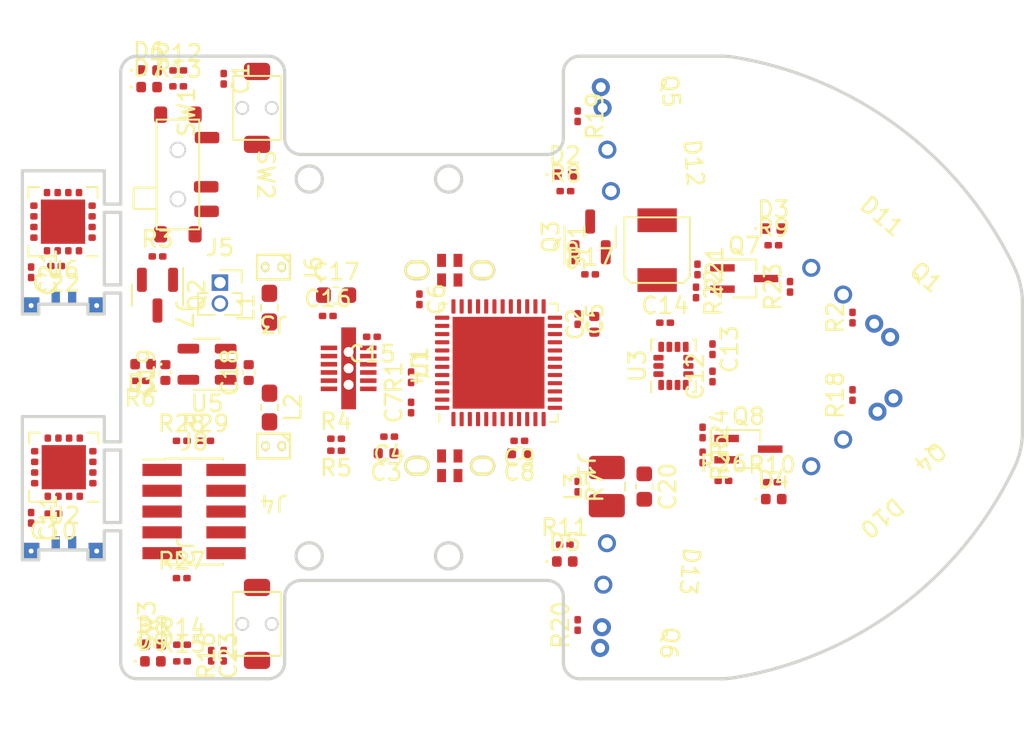
<source format=kicad_pcb>
(kicad_pcb (version 20211014) (generator pcbnew)
  (layers (0 "F.Cu" signal) (31 "B.Cu" signal) (34 "B.Paste" user) (35 "F.Paste" user) (36 "B.SilkS" user "B.Silkscreen") (37 "F.SilkS" user "F.Silkscreen") (38 "B.Mask" user) (39 "F.Mask" user) (44 "Edge.Cuts" user))
  (net 0 "")
  (net 1 "NRST")
  (net 2 "GND")
  (net 3 "Net-(C2-Pad1)")
  (net 4 "+3.3V")
  (net 5 "+3.3VADC")
  (net 6 "/encoder_R/s_VDD")
  (net 7 "/encoder_R/s_GND")
  (net 8 "Net-(C14-Pad1)")
  (net 9 "+BATT")
  (net 10 "/encoder_L/s_VDD")
  (net 11 "/encoder_L/s_GND")
  (net 12 "USER_SW")
  (net 13 "Net-(D1-Pad2)")
  (net 14 "Net-(D2-Pad2)")
  (net 15 "Net-(D3-Pad2)")
  (net 16 "Net-(D4-Pad2)")
  (net 17 "Net-(D5-Pad2)")
  (net 18 "Net-(D6-Pad2)")
  (net 19 "Net-(D7-Pad2)")
  (net 20 "Net-(D8-Pad2)")
  (net 21 "Net-(D9-Pad2)")
  (net 22 "Net-(D10-Pad1)")
  (net 23 "Net-(D11-Pad1)")
  (net 24 "Net-(D12-Pad1)")
  (net 25 "Net-(D13-Pad1)")
  (net 26 "Net-(J3-Pad1)")
  (net 27 "Net-(J3-Pad2)")
  (net 28 "Net-(J4-Pad1)")
  (net 29 "Net-(J4-Pad2)")
  (net 30 "Net-(J5-Pad1)")
  (net 31 "Net-(L1-Pad1)")
  (net 32 "Net-(L2-Pad1)")
  (net 33 "Net-(L3-Pad1)")
  (net 34 "IR_RCV_FL")
  (net 35 "Net-(Q2-Pad1)")
  (net 36 "USER_SPEAKER")
  (net 37 "Net-(Q3-Pad3)")
  (net 38 "IR_RCV_FR")
  (net 39 "IR_RCV_SL")
  (net 40 "IR_RCV_SR")
  (net 41 "Net-(Q7-Pad1)")
  (net 42 "Net-(Q7-Pad3)")
  (net 43 "Net-(Q8-Pad1)")
  (net 44 "Net-(Q8-Pad3)")
  (net 45 "Net-(R1-Pad2)")
  (net 46 "BAT_VOL")
  (net 47 "USER_LED1")
  (net 48 "USER_LED2")
  (net 49 "USER_LED3")
  (net 50 "USER_LED4")
  (net 51 "USER_LED5")
  (net 52 "USER_LED6")
  (net 53 "USER_LED7")
  (net 54 "USER_LED8")
  (net 55 "IR_LED_F")
  (net 56 "IR_LED_S")
  (net 59 "SPI_SCLK")
  (net 60 "SPI_MISO")
  (net 61 "SPI_MOSI")
  (net 62 "SPI_CS_IMU")
  (net 63 "SPI_CS_ENC_R")
  (net 64 "SPI_CS_ENC_L")
  (net 66 "USART_TX")
  (net 67 "USART_RX")
  (net 70 "SYS_JTMS_SWDIO")
  (net 71 "SYS_JTCK_SWCLK")
  (net 73 "MOTOR_IN_L1")
  (net 74 "MOTOR_IN_L2")
  (net 75 "MOTOR_IN_R1")
  (net 76 "MOTOR_IN_R2")
  (net 77 "/encoder_R/s_MOSI")
  (net 78 "/encoder_R/s_MISO")
  (net 79 "/encoder_R/s_SCK")
  (net 80 "/encoder_R/s_CS")
  (net 96 "/encoder_L/s_MOSI")
  (net 97 "/encoder_L/s_MISO")
  (net 98 "/encoder_L/s_SCK")
  (net 99 "/encoder_L/s_CS")
  (footprint "Capacitor_SMD:C_0201_0603Metric" (layer "F.Cu") (at 92.198 100.584 180)
    (fp_text reference "C4" (at 0 -1.05) (layer "F.SilkS"))
    (fp_text value "0.1u")
    (pad "1" smd roundrect (at -0.32 0 180) (size 0.46 0.4) (layers "F.Cu" "F.Mask") (net 4 "+3.3V"))
    (pad "2" smd roundrect (at 0.32 0 180) (size 0.46 0.4) (layers "F.Cu" "F.Mask") (net 2 "GND"))
  )
  (footprint "Package_DFN_QFN:QFN-48-1EP_7x7mm_P0.5mm_EP5.6x5.6mm" (layer "F.Cu") (at 98.868 96.074 90)
    (fp_text reference "U1" (at 0 -4.82 90) (layer "F.SilkS"))
    (fp_text value "STM32F411CEUx")
    (pad "1" smd roundrect (at -3.4375 -2.75 90) (size 0.875 0.25) (layers "F.Cu" "F.Paste" "F.Mask") (net 4 "+3.3V"))
    (pad "2" smd roundrect (at -3.4375 -2.25 90) (size 0.875 0.25) (layers "F.Cu" "F.Paste" "F.Mask") (net 51 "USER_LED5"))
    (pad "3" smd roundrect (at -3.4375 -1.75 90) (size 0.875 0.25) (layers "F.Cu" "F.Paste" "F.Mask") (net 52 "USER_LED6"))
    (pad "4" smd roundrect (at -3.4375 -1.25 90) (size 0.875 0.25) (layers "F.Cu" "F.Paste" "F.Mask") (net 53 "USER_LED7"))
    (pad "5" smd roundrect (at -3.4375 -0.75 90) (size 0.875 0.25) (layers "F.Cu" "F.Paste" "F.Mask") (net 54 "USER_LED8"))
    (pad "6" smd roundrect (at -3.4375 -0.25 90) (size 0.875 0.25) (layers "F.Cu" "F.Paste" "F.Mask"))
    (pad "7" smd roundrect (at -3.4375 0.25 90) (size 0.875 0.25) (layers "F.Cu" "F.Paste" "F.Mask") (net 1 "NRST"))
    (pad "8" smd roundrect (at -3.4375 0.75 90) (size 0.875 0.25) (layers "F.Cu" "F.Paste" "F.Mask") (net 2 "GND"))
    (pad "9" smd roundrect (at -3.4375 1.25 90) (size 0.875 0.25) (layers "F.Cu" "F.Paste" "F.Mask") (net 5 "+3.3VADC"))
    (pad "10" smd roundrect (at -3.4375 1.75 90) (size 0.875 0.25) (layers "F.Cu" "F.Paste" "F.Mask") (net 34 "IR_RCV_FL"))
    (pad "11" smd roundrect (at -3.4375 2.25 90) (size 0.875 0.25) (layers "F.Cu" "F.Paste" "F.Mask") (net 38 "IR_RCV_FR"))
    (pad "12" smd roundrect (at -3.4375 2.75 90) (size 0.875 0.25) (layers "F.Cu" "F.Paste" "F.Mask") (net 39 "IR_RCV_SL"))
    (pad "13" smd roundrect (at -2.75 3.4375 90) (size 0.25 0.875) (layers "F.Cu" "F.Paste" "F.Mask") (net 40 "IR_RCV_SR"))
    (pad "14" smd roundrect (at -2.25 3.4375 90) (size 0.25 0.875) (layers "F.Cu" "F.Paste" "F.Mask") (net 46 "BAT_VOL"))
    (pad "15" smd roundrect (at -1.75 3.4375 90) (size 0.25 0.875) (layers "F.Cu" "F.Paste" "F.Mask") (net 59 "SPI_SCLK"))
    (pad "16" smd roundrect (at -1.25 3.4375 90) (size 0.25 0.875) (layers "F.Cu" "F.Paste" "F.Mask") (net 60 "SPI_MISO"))
    (pad "17" smd roundrect (at -0.75 3.4375 90) (size 0.25 0.875) (layers "F.Cu" "F.Paste" "F.Mask") (net 61 "SPI_MOSI"))
    (pad "18" smd roundrect (at -0.25 3.4375 90) (size 0.25 0.875) (layers "F.Cu" "F.Paste" "F.Mask") (net 62 "SPI_CS_IMU"))
    (pad "19" smd roundrect (at 0.25 3.4375 90) (size 0.25 0.875) (layers "F.Cu" "F.Paste" "F.Mask") (net 63 "SPI_CS_ENC_R"))
    (pad "20" smd roundrect (at 0.75 3.4375 90) (size 0.25 0.875) (layers "F.Cu" "F.Paste" "F.Mask") (net 64 "SPI_CS_ENC_L"))
    (pad "21" smd roundrect (at 1.25 3.4375 90) (size 0.25 0.875) (layers "F.Cu" "F.Paste" "F.Mask"))
    (pad "22" smd roundrect (at 1.75 3.4375 90) (size 0.25 0.875) (layers "F.Cu" "F.Paste" "F.Mask") (net 3 "Net-(C2-Pad1)"))
    (pad "23" smd roundrect (at 2.25 3.4375 90) (size 0.25 0.875) (layers "F.Cu" "F.Paste" "F.Mask") (net 2 "GND"))
    (pad "24" smd roundrect (at 2.75 3.4375 90) (size 0.25 0.875) (layers "F.Cu" "F.Paste" "F.Mask") (net 4 "+3.3V"))
    (pad "25" smd roundrect (at 3.4375 2.75 90) (size 0.875 0.25) (layers "F.Cu" "F.Paste" "F.Mask") (net 47 "USER_LED1"))
    (pad "26" smd roundrect (at 3.4375 2.25 90) (size 0.875 0.25) (layers "F.Cu" "F.Paste" "F.Mask") (net 48 "USER_LED2"))
    (pad "27" smd roundrect (at 3.4375 1.75 90) (size 0.875 0.25) (layers "F.Cu" "F.Paste" "F.Mask") (net 49 "USER_LED3"))
    (pad "28" smd roundrect (at 3.4375 1.25 90) (size 0.875 0.25) (layers "F.Cu" "F.Paste" "F.Mask") (net 50 "USER_LED4"))
    (pad "29" smd roundrect (at 3.4375 0.75 90) (size 0.875 0.25) (layers "F.Cu" "F.Paste" "F.Mask") (net 12 "USER_SW"))
    (pad "30" smd roundrect (at 3.4375 0.25 90) (size 0.875 0.25) (layers "F.Cu" "F.Paste" "F.Mask") (net 66 "USART_TX"))
    (pad "31" smd roundrect (at 3.4375 -0.25 90) (size 0.875 0.25) (layers "F.Cu" "F.Paste" "F.Mask") (net 67 "USART_RX"))
    (pad "32" smd roundrect (at 3.4375 -0.75 90) (size 0.875 0.25) (layers "F.Cu" "F.Paste" "F.Mask"))
    (pad "33" smd roundrect (at 3.4375 -1.25 90) (size 0.875 0.25) (layers "F.Cu" "F.Paste" "F.Mask"))
    (pad "34" smd roundrect (at 3.4375 -1.75 90) (size 0.875 0.25) (layers "F.Cu" "F.Paste" "F.Mask") (net 70 "SYS_JTMS_SWDIO"))
    (pad "35" smd roundrect (at 3.4375 -2.25 90) (size 0.875 0.25) (layers "F.Cu" "F.Paste" "F.Mask") (net 2 "GND"))
    (pad "36" smd roundrect (at 3.4375 -2.75 90) (size 0.875 0.25) (layers "F.Cu" "F.Paste" "F.Mask") (net 4 "+3.3V"))
    (pad "37" smd roundrect (at 2.75 -3.4375 90) (size 0.25 0.875) (layers "F.Cu" "F.Paste" "F.Mask") (net 71 "SYS_JTCK_SWCLK"))
    (pad "38" smd roundrect (at 2.25 -3.4375 90) (size 0.25 0.875) (layers "F.Cu" "F.Paste" "F.Mask") (net 55 "IR_LED_F"))
    (pad "39" smd roundrect (at 1.75 -3.4375 90) (size 0.25 0.875) (layers "F.Cu" "F.Paste" "F.Mask") (net 56 "IR_LED_S"))
    (pad "40" smd roundrect (at 1.25 -3.4375 90) (size 0.25 0.875) (layers "F.Cu" "F.Paste" "F.Mask") (net 36 "USER_SPEAKER"))
    (pad "41" smd roundrect (at 0.75 -3.4375 90) (size 0.25 0.875) (layers "F.Cu" "F.Paste" "F.Mask"))
    (pad "42" smd roundrect (at 0.25 -3.4375 90) (size 0.25 0.875) (layers "F.Cu" "F.Paste" "F.Mask") (net 73 "MOTOR_IN_L1"))
    (pad "43" smd roundrect (at -0.25 -3.4375 90) (size 0.25 0.875) (layers "F.Cu" "F.Paste" "F.Mask") (net 74 "MOTOR_IN_L2"))
    (pad "44" smd roundrect (at -0.75 -3.4375 90) (size 0.25 0.875) (layers "F.Cu" "F.Paste" "F.Mask") (net 45 "Net-(R1-Pad2)"))
    (pad "45" smd roundrect (at -1.25 -3.4375 90) (size 0.25 0.875) (layers "F.Cu" "F.Paste" "F.Mask") (net 75 "MOTOR_IN_R1"))
    (pad "46" smd roundrect (at -1.75 -3.4375 90) (size 0.25 0.875) (layers "F.Cu" "F.Paste" "F.Mask") (net 76 "MOTOR_IN_R2"))
    (pad "47" smd roundrect (at -2.25 -3.4375 90) (size 0.25 0.875) (layers "F.Cu" "F.Paste" "F.Mask") (net 2 "GND"))
    (pad "48" smd roundrect (at -2.75 -3.4375 90) (size 0.25 0.875) (layers "F.Cu" "F.Paste" "F.Mask") (net 4 "+3.3V"))
    (pad "49" smd rect (at 0 0 90) (size 5.6 5.6) (layers "F.Cu" "F.Mask") (net 2 "GND"))
  )
  (footprint "Resistor_SMD:R_0201_0603Metric" (layer "F.Cu") (at 111.314 101.854 -90)
    (fp_text reference "R25" (at 0 -1.05 90) (layer "F.SilkS"))
    (fp_text value "1k")
    (pad "1" smd roundrect (at -0.32 0 270) (size 0.46 0.4) (layers "F.Cu" "F.Mask") (net 43 "Net-(Q8-Pad1)"))
    (pad "2" smd roundrect (at 0.32 0 270) (size 0.46 0.4) (layers "F.Cu" "F.Mask") (net 2 "GND"))
  )
  (footprint "half_mouse_lib:TVAF06-A020B-R" (layer "F.Cu") (at 84.136 80.518 90)
    (fp_text reference "SW1" (at -0.254 -4.294 90 unlocked) (layer "F.SilkS"))
    (fp_text value "TVAF06-A020B-R")
    (fp_circle (center 0 0.9) (end 0.375 0.9) (layer "Edge.Cuts") (width 0.12) (fill none))
    (fp_circle (center 0 -0.9) (end 0.375 -0.9) (layer "Edge.Cuts") (width 0.12) (fill none))
    (pad "1" smd roundrect (at -2.225 0 90) (size 1.05 1.6) (layers "F.Cu" "F.Paste" "F.Mask") (net 2 "GND"))
    (pad "2" smd roundrect (at 2.225 0 90) (size 1.05 1.6) (layers "F.Cu" "F.Paste" "F.Mask") (net 1 "NRST"))
  )
  (footprint "Resistor_SMD:R_0201_0603Metric" (layer "F.Cu") (at 120.458 93.31783 90)
    (fp_text reference "R2" (at 0 -1.05 90) (layer "F.SilkS"))
    (fp_text value "10k")
    (pad "1" smd roundrect (at -0.32 0 90) (size 0.46 0.4) (layers "F.Cu" "F.Mask") (net 34 "IR_RCV_FL"))
    (pad "2" smd roundrect (at 0.32 0 90) (size 0.46 0.4) (layers "F.Cu" "F.Mask") (net 2 "GND"))
  )
  (footprint "Resistor_SMD:R_0201_0603Metric" (layer "F.Cu") (at 104.456 90.678)
    (fp_text reference "R17" (at 0 -1.05) (layer "F.SilkS"))
    (fp_text value "100k")
    (pad "1" smd roundrect (at -0.32 0) (size 0.46 0.4) (layers "F.Cu" "F.Mask") (net 36 "USER_SPEAKER"))
    (pad "2" smd roundrect (at 0.32 0) (size 0.46 0.4) (layers "F.Cu" "F.Mask") (net 2 "GND"))
  )
  (footprint "Capacitor_SMD:C_0201_0603Metric" (layer "F.Cu") (at 100.138 100.838 180)
    (fp_text reference "C9" (at 0 -1.05) (layer "F.SilkS"))
    (fp_text value "0.01u")
    (pad "1" smd roundrect (at -0.32 0 180) (size 0.46 0.4) (layers "F.Cu" "F.Mask") (net 5 "+3.3VADC"))
    (pad "2" smd roundrect (at 0.32 0 180) (size 0.46 0.4) (layers "F.Cu" "F.Mask") (net 2 "GND"))
  )
  (footprint "LED_SMD:LED_0402_1005Metric" (layer "F.Cu") (at 77.555 79.248)
    (fp_text reference "D7" (at 0 -1.17) (layer "F.SilkS"))
    (fp_text value "LED6")
    (pad "1" smd roundrect (at -0.485 0) (size 0.59 0.64) (layers "F.Cu" "F.Paste" "F.Mask") (net 2 "GND"))
    (pad "2" smd roundrect (at 0.485 0) (size 0.59 0.64) (layers "F.Cu" "F.Paste" "F.Mask") (net 19 "Net-(D7-Pad2)"))
  )
  (footprint "Resistor_SMD:R_0201_0603Metric" (layer "F.Cu") (at 88.962 100.71)
    (fp_text reference "R4" (at 0 -1.05) (layer "F.SilkS"))
    (fp_text value "10k")
    (pad "1" smd roundrect (at -0.32 0) (size 0.46 0.4) (layers "F.Cu" "F.Mask") (net 9 "+BATT"))
    (pad "2" smd roundrect (at 0.32 0) (size 0.46 0.4) (layers "F.Cu" "F.Mask") (net 46 "BAT_VOL"))
  )
  (footprint "Inductor_SMD:L_0603_1608Metric_Pad1.05x0.95mm_HandSolder" (layer "F.Cu") (at 84.89 92.71 90)
    (fp_text reference "L1" (at 0 -1.43 90) (layer "F.SilkS"))
    (fp_text value "47u")
    (pad "1" smd roundrect (at -0.875 0 90) (size 1.05 0.95) (layers "F.Cu" "F.Paste" "F.Mask") (net 31 "Net-(L1-Pad1)"))
    (pad "2" smd roundrect (at 0.875 0 90) (size 1.05 0.95) (layers "F.Cu" "F.Paste" "F.Mask") (net 27 "Net-(J3-Pad2)"))
  )
  (footprint "Resistor_SMD:R_0201_0603Metric" (layer "F.Cu") (at 79.564 114.3)
    (fp_text reference "R15" (at 0 -1.05) (layer "F.SilkS"))
    (fp_text value "1k")
    (pad "1" smd roundrect (at -0.32 0) (size 0.46 0.4) (layers "F.Cu" "F.Mask") (net 54 "USER_LED8"))
    (pad "2" smd roundrect (at 0.32 0) (size 0.46 0.4) (layers "F.Cu" "F.Mask") (net 21 "Net-(D9-Pad2)"))
  )
  (footprint "LED_SMD:LED_0402_1005Metric" (layer "F.Cu") (at 77.555 78.232)
    (fp_text reference "D6" (at 0 -1.17) (layer "F.SilkS"))
    (fp_text value "LED5")
    (pad "1" smd roundrect (at -0.485 0) (size 0.59 0.64) (layers "F.Cu" "F.Paste" "F.Mask") (net 2 "GND"))
    (pad "2" smd roundrect (at 0.485 0) (size 0.59 0.64) (layers "F.Cu" "F.Paste" "F.Mask") (net 18 "Net-(D6-Pad2)"))
  )
  (footprint "Capacitor_SMD:C_0603_1608Metric" (layer "F.Cu") (at 107.758 103.632 -90)
    (fp_text reference "C20" (at 0 -1.43 90) (layer "F.SilkS"))
    (fp_text value "47u")
    (pad "1" smd roundrect (at -0.775 0 270) (size 0.9 0.95) (layers "F.Cu" "F.Paste" "F.Mask") (net 5 "+3.3VADC"))
    (pad "2" smd roundrect (at 0.775 0 270) (size 0.9 0.95) (layers "F.Cu" "F.Paste" "F.Mask") (net 2 "GND"))
  )
  (footprint "Capacitor_SMD:C_0402_1005Metric" (layer "F.Cu") (at 78.548 96.6705 90)
    (fp_text reference "C19" (at 0 -1.16 90) (layer "F.SilkS"))
    (fp_text value "1u")
    (pad "1" smd roundrect (at -0.48 0 90) (size 0.56 0.62) (layers "F.Cu" "F.Paste" "F.Mask") (net 4 "+3.3V"))
    (pad "2" smd roundrect (at 0.48 0 90) (size 0.56 0.62) (layers "F.Cu" "F.Paste" "F.Mask") (net 2 "GND"))
  )
  (footprint "half_mouse_lib:encoder_board_host" (layer "F.Cu") (at 93.893 90.424 90)
    (fp_text reference "J6" (at 0.0254 -6.3006 90 unlocked) (layer "F.SilkS"))
    (fp_text value "enc_host")
    (pad "1" thru_hole oval (at 0 0 180) (size 1.54 1.2) (drill oval 1.2 0.8) (layers *.Cu *.Mask "F.SilkS") (net 4 "+3.3V"))
    (pad "2" smd rect (at 0.6 1.5 180) (size 0.54 0.8) (layers "F.Cu" "F.Paste" "F.Mask") (net 61 "SPI_MOSI"))
    (pad "3" smd rect (at 0.6 2.5 180) (size 0.54 0.8) (layers "F.Cu" "F.Paste" "F.Mask") (net 60 "SPI_MISO"))
    (pad "4" smd rect (at -0.6 1.5 180) (size 0.54 0.8) (layers "F.Cu" "F.Paste" "F.Mask") (net 59 "SPI_SCLK"))
    (pad "5" smd rect (at -0.6 2.5 180) (size 0.54 0.8) (layers "F.Cu" "F.Paste" "F.Mask") (net 64 "SPI_CS_ENC_L"))
    (pad "6" thru_hole oval (at 0 4 180) (size 1.54 1.2) (drill oval 1.2 0.8) (layers *.Cu *.Mask "F.SilkS") (net 2 "GND"))
  )
  (footprint "Resistor_SMD:R_0201_0603Metric" (layer "F.Cu") (at 79.325 79.202)
    (fp_text reference "R13" (at 0 -1.05) (layer "F.SilkS"))
    (fp_text value "1k")
    (pad "1" smd roundrect (at -0.32 0) (size 0.46 0.4) (layers "F.Cu" "F.Mask") (net 52 "USER_LED6"))
    (pad "2" smd roundrect (at 0.32 0) (size 0.46 0.4) (layers "F.Cu" "F.Mask") (net 19 "Net-(D7-Pad2)"))
  )
  (footprint "half_mouse_lib:OSI5FU3A11C" (layer "F.Cu") (at 105.615312 84.332833 -85)
    (fp_text reference "D12" (at 0 -5.183 -85 unlocked) (layer "F.SilkS"))
    (fp_text value "OSI5FU3A11C")
    (pad "1" thru_hole circle (at -1.27 0 275) (size 1.1 1.1) (drill 0.7) (layers *.Cu *.Mask) (net 24 "Net-(D12-Pad1)"))
    (pad "2" thru_hole circle (at 1.27 0 275) (size 1.1 1.1) (drill 0.7) (layers *.Cu *.Mask) (net 5 "+3.3VADC"))
  )
  (footprint "Resistor_SMD:R_0201_0603Metric" (layer "F.Cu") (at 79.544 100.838)
    (fp_text reference "R28" (at 0 -1.05) (layer "F.SilkS"))
    (fp_text value "10k")
    (pad "1" smd roundrect (at -0.32 0) (size 0.46 0.4) (layers "F.Cu" "F.Mask") (net 4 "+3.3V"))
    (pad "2" smd roundrect (at 0.32 0) (size 0.46 0.4) (layers "F.Cu" "F.Mask") (net 71 "SYS_JTCK_SWCLK"))
  )
  (footprint "Resistor_SMD:R_0201_0603Metric" (layer "F.Cu") (at 82.104 113.955 90)
    (fp_text reference "R16" (at 0 -1.05 90) (layer "F.SilkS"))
    (fp_text value "10k")
    (pad "1" smd roundrect (at -0.32 0 90) (size 0.46 0.4) (layers "F.Cu" "F.Mask") (net 4 "+3.3V"))
    (pad "2" smd roundrect (at 0.32 0 90) (size 0.46 0.4) (layers "F.Cu" "F.Mask") (net 12 "USER_SW"))
  )
  (footprint "Resistor_SMD:R_0201_0603Metric" (layer "F.Cu") (at 88.962 101.442 180)
    (fp_text reference "R5" (at 0 -1.05) (layer "F.SilkS"))
    (fp_text value "10k")
    (pad "1" smd roundrect (at -0.32 0 180) (size 0.46 0.4) (layers "F.Cu" "F.Mask") (net 46 "BAT_VOL"))
    (pad "2" smd roundrect (at 0.32 0 180) (size 0.46 0.4) (layers "F.Cu" "F.Mask") (net 2 "GND"))
  )
  (footprint "LED_SMD:LED_0402_1005Metric" (layer "F.Cu") (at 77.786 114.3)
    (fp_text reference "D9" (at 0 -1.17) (layer "F.SilkS"))
    (fp_text value "LED8")
    (pad "1" smd roundrect (at -0.485 0) (size 0.59 0.64) (layers "F.Cu" "F.Paste" "F.Mask") (net 2 "GND"))
    (pad "2" smd roundrect (at 0.485 0) (size 0.59 0.64) (layers "F.Cu" "F.Paste" "F.Mask") (net 21 "Net-(D9-Pad2)"))
  )
  (footprint "Resistor_SMD:R_0201_0603Metric" (layer "F.Cu") (at 79.564 113.284)
    (fp_text reference "R14" (at 0 -1.05) (layer "F.SilkS"))
    (fp_text value "1k")
    (pad "1" smd roundrect (at -0.32 0) (size 0.46 0.4) (layers "F.Cu" "F.Mask") (net 53 "USER_LED7"))
    (pad "2" smd roundrect (at 0.32 0) (size 0.46 0.4) (layers "F.Cu" "F.Mask") (net 20 "Net-(D8-Pad2)"))
  )
  (footprint "Capacitor_SMD:C_0603_1608Metric" (layer "F.Cu") (at 88.962 91.948)
    (fp_text reference "C17" (at 0 -1.43) (layer "F.SilkS"))
    (fp_text value "47u")
    (pad "1" smd roundrect (at -0.775 0) (size 0.9 0.95) (layers "F.Cu" "F.Paste" "F.Mask") (net 9 "+BATT"))
    (pad "2" smd roundrect (at 0.775 0) (size 0.9 0.95) (layers "F.Cu" "F.Paste" "F.Mask") (net 2 "GND"))
  )
  (footprint "Capacitor_SMD:C_0201_0603Metric" (layer "F.Cu") (at 88.454 93.218)
    (fp_text reference "C16" (at 0 -1.05) (layer "F.SilkS"))
    (fp_text value "0.1u")
    (pad "1" smd roundrect (at -0.32 0) (size 0.46 0.4) (layers "F.Cu" "F.Mask") (net 9 "+BATT"))
    (pad "2" smd roundrect (at 0.32 0) (size 0.46 0.4) (layers "F.Cu" "F.Mask") (net 2 "GND"))
  )
  (footprint "Resistor_SMD:R_0201_0603Metric" (layer "F.Cu") (at 110.914 91.782 -90)
    (fp_text reference "R22" (at 0 -1.05 90) (layer "F.SilkS"))
    (fp_text value "1k")
    (pad "1" smd roundrect (at -0.32 0 270) (size 0.46 0.4) (layers "F.Cu" "F.Mask") (net 41 "Net-(Q7-Pad1)"))
    (pad "2" smd roundrect (at 0.32 0 270) (size 0.46 0.4) (layers "F.Cu" "F.Mask") (net 2 "GND"))
  )
  (footprint "Package_DFN_QFN:QFN-16-1EP_4x4mm_P0.65mm_EP2.7x2.7mm_PullBack" (layer "F.Cu") (at 72.303 87.463 180)
    (fp_text reference "U6" (at 0 -2.95) (layer "F.SilkS"))
    (fp_text value "AS5055A")
    (pad "1" smd roundrect (at -1.775 -0.975 180) (size 0.45 0.4) (layers "F.Cu" "F.Paste" "F.Mask") (net 96 "/encoder_L/s_MOSI"))
    (pad "2" smd roundrect (at -1.775 -0.325 180) (size 0.45 0.4) (layers "F.Cu" "F.Paste" "F.Mask") (net 97 "/encoder_L/s_MISO"))
    (pad "3" smd roundrect (at -1.775 0.325 180) (size 0.45 0.4) (layers "F.Cu" "F.Paste" "F.Mask") (net 98 "/encoder_L/s_SCK"))
    (pad "4" smd roundrect (at -1.775 0.975 180) (size 0.45 0.4) (layers "F.Cu" "F.Paste" "F.Mask") (net 99 "/encoder_L/s_CS"))
    (pad "5" smd roundrect (at -0.975 1.775 180) (size 0.4 0.45) (layers "F.Cu" "F.Paste" "F.Mask"))
    (pad "6" smd roundrect (at -0.325 1.775 180) (size 0.4 0.45) (layers "F.Cu" "F.Paste" "F.Mask"))
    (pad "7" smd roundrect (at 0.325 1.775 180) (size 0.4 0.45) (layers "F.Cu" "F.Paste" "F.Mask"))
    (pad "8" smd roundrect (at 0.975 1.775 180) (size 0.4 0.45) (layers "F.Cu" "F.Paste" "F.Mask"))
    (pad "9" smd roundrect (at 1.775 0.975 180) (size 0.45 0.4) (layers "F.Cu" "F.Paste" "F.Mask"))
    (pad "10" smd roundrect (at 1.775 0.325 180) (size 0.45 0.4) (layers "F.Cu" "F.Paste" "F.Mask"))
    (pad "11" smd roundrect (at 1.775 -0.325 180) (size 0.45 0.4) (layers "F.Cu" "F.Paste" "F.Mask") (net 10 "/encoder_L/s_VDD"))
    (pad "12" smd roundrect (at 1.775 -0.975 180) (size 0.45 0.4) (layers "F.Cu" "F.Paste" "F.Mask") (net 10 "/encoder_L/s_VDD"))
    (pad "13" smd roundrect (at 0.975 -1.775 180) (size 0.4 0.45) (layers "F.Cu" "F.Paste" "F.Mask") (net 11 "/encoder_L/s_GND"))
    (pad "14" smd roundrect (at 0.325 -1.775 180) (size 0.4 0.45) (layers "F.Cu" "F.Paste" "F.Mask") (net 10 "/encoder_L/s_VDD"))
    (pad "15" smd roundrect (at -0.325 -1.775 180) (size 0.4 0.45) (layers "F.Cu" "F.Paste" "F.Mask"))
    (pad "16" smd roundrect (at -0.975 -1.775 180) (size 0.4 0.45) (layers "F.Cu" "F.Paste" "F.Mask"))
    (pad "17" smd rect (at 0 0 180) (size 2.7 2.7) (layers "F.Cu" "F.Mask"))
  )
  (footprint "Capacitor_SMD:C_0201_0603Metric" (layer "F.Cu") (at 94.042 92.202 -90)
    (fp_text reference "C6" (at 0 -1.05 90) (layer "F.SilkS"))
    (fp_text value "0.1u")
    (pad "1" smd roundrect (at -0.32 0 270) (size 0.46 0.4) (layers "F.Cu" "F.Mask") (net 4 "+3.3V"))
    (pad "2" smd roundrect (at 0.32 0 270) (size 0.46 0.4) (layers "F.Cu" "F.Mask") (net 2 "GND"))
  )
  (footprint "Capacitor_SMD:C_0201_0603Metric" (layer "F.Cu") (at 70.358 105.537 -90)
    (fp_text reference "C11" (at 0 -1.05 90) (layer "F.SilkS"))
    (fp_text value "0.1u")
    (pad "1" smd roundrect (at -0.32 0 270) (size 0.46 0.4) (layers "F.Cu" "F.Mask") (net 6 "/encoder_R/s_VDD"))
    (pad "2" smd roundrect (at 0.32 0 270) (size 0.46 0.4) (layers "F.Cu" "F.Mask") (net 7 "/encoder_R/s_GND"))
  )
  (footprint "Inductor_SMD:L_1008_2520Metric_Pad1.43x2.20mm_HandSolder" (layer "F.Cu") (at 105.472 103.632 90)
    (fp_text reference "L3" (at 0 -2.05 90) (layer "F.SilkS"))
    (fp_text value "10u")
    (pad "1" smd roundrect (at -1.1625 0 90) (size 1.425 2.2) (layers "F.Cu" "F.Paste" "F.Mask") (roundrect_rratio 0.175439) (net 33 "Net-(L3-Pad1)"))
    (pad "2" smd roundrect (at 1.1625 0 90) (size 1.425 2.2) (layers "F.Cu" "F.Paste" "F.Mask") (roundrect_rratio 0.175439) (net 5 "+3.3VADC"))
  )
  (footprint "half_mouse_lib:encoder_board_host" (layer "F.Cu") (at 97.893 102.362 -90)
    (fp_text reference "J1" (at 0.0254 -6.3006 -90 unlocked) (layer "F.SilkS"))
    (fp_text value "enc_host")
    (pad "1" thru_hole oval (at 0 0) (size 1.54 1.2) (drill oval 1.2 0.8) (layers *.Cu *.Mask "F.SilkS") (net 4 "+3.3V"))
    (pad "2" smd rect (at 0.6 1.5) (size 0.54 0.8) (layers "F.Cu" "F.Paste" "F.Mask") (net 61 "SPI_MOSI"))
    (pad "3" smd rect (at 0.6 2.5) (size 0.54 0.8) (layers "F.Cu" "F.Paste" "F.Mask") (net 60 "SPI_MISO"))
    (pad "4" smd rect (at -0.6 1.5) (size 0.54 0.8) (layers "F.Cu" "F.Paste" "F.Mask") (net 59 "SPI_SCLK"))
    (pad "5" smd rect (at -0.6 2.5) (size 0.54 0.8) (layers "F.Cu" "F.Paste" "F.Mask") (net 63 "SPI_CS_ENC_R"))
    (pad "6" thru_hole oval (at 0 4) (size 1.54 1.2) (drill oval 1.2 0.8) (layers *.Cu *.Mask "F.SilkS") (net 2 "GND"))
  )
  (footprint "Resistor_SMD:R_0201_0603Metric" (layer "F.Cu") (at 77.024 97.1785 180)
    (fp_text reference "R6" (at 0 -1.05) (layer "F.SilkS"))
    (fp_text value "1k")
    (pad "1" smd roundrect (at -0.32 0 180) (size 0.46 0.4) (layers "F.Cu" "F.Mask") (net 4 "+3.3V"))
    (pad "2" smd roundrect (at 0.32 0 180) (size 0.46 0.4) (layers "F.Cu" "F.Mask") (net 13 "Net-(D1-Pad2)"))
  )
  (footprint "Resistor_SMD:R_0201_0603Metric" (layer "F.Cu") (at 112.584 103.282)
    (fp_text reference "R26" (at 0 -1.05) (layer "F.SilkS"))
    (fp_text value "5.6")
    (pad "1" smd roundrect (at -0.32 0) (size 0.46 0.4) (layers "F.Cu" "F.Mask") (net 25 "Net-(D13-Pad1)"))
    (pad "2" smd roundrect (at 0.32 0) (size 0.46 0.4) (layers "F.Cu" "F.Mask") (net 44 "Net-(Q8-Pad3)"))
  )
  (footprint "Resistor_SMD:R_0201_0603Metric" (layer "F.Cu") (at 102.909 107.176)
    (fp_text reference "R11" (at 0 -1.05) (layer "F.SilkS"))
    (fp_text value "1k")
    (pad "1" smd roundrect (at -0.32 0) (size 0.46 0.4) (layers "F.Cu" "F.Mask") (net 50 "USER_LED4"))
    (pad "2" smd roundrect (at 0.32 0) (size 0.46 0.4) (layers "F.Cu" "F.Mask") (net 17 "Net-(D5-Pad2)"))
  )
  (footprint "Resistor_SMD:R_0201_0603Metric" (layer "F.Cu") (at 103.694 81.026 -90)
    (fp_text reference "R19" (at 0 -1.05 90) (layer "F.SilkS"))
    (fp_text value "10k")
    (pad "1" smd roundrect (at -0.32 0 270) (size 0.46 0.4) (layers "F.Cu" "F.Mask") (net 39 "IR_RCV_SL"))
    (pad "2" smd roundrect (at 0.32 0 270) (size 0.46 0.4) (layers "F.Cu" "F.Mask") (net 2 "GND"))
  )
  (footprint "half_mouse_lib:OSI5FU3A11C" (layer "F.Cu") (at 118.914955 91.095435 -40)
    (fp_text reference "D11" (at 0 -5.183 -40 unlocked) (layer "F.SilkS"))
    (fp_text value "OSI5FU3A11C")
    (pad "1" thru_hole circle (at -1.27 0 320) (size 1.1 1.1) (drill 0.7) (layers *.Cu *.Mask) (net 23 "Net-(D11-Pad1)"))
    (pad "2" thru_hole circle (at 1.27 0 320) (size 1.1 1.1) (drill 0.7) (layers *.Cu *.Mask) (net 22 "Net-(D10-Pad1)"))
  )
  (footprint "Resistor_SMD:R_0201_0603Metric" (layer "F.Cu") (at 79.333 78.232)
    (fp_text reference "R12" (at 0 -1.05) (layer "F.SilkS"))
    (fp_text value "1k")
    (pad "1" smd roundrect (at -0.32 0) (size 0.46 0.4) (layers "F.Cu" "F.Mask") (net 51 "USER_LED5"))
    (pad "2" smd roundrect (at 0.32 0) (size 0.46 0.4) (layers "F.Cu" "F.Mask") (net 18 "Net-(D6-Pad2)"))
  )
  (footprint "half_mouse_lib:encoder_board" (layer "F.Cu") (at 74.358 107.569 -90)
    (fp_text reference "J2" (at 0.0254 -5.3608 -90 unlocked) (layer "F.SilkS"))
    (fp_text value "enc_slave")
    (pad "1" thru_hole rect (at 0 0 270) (size 1 1) (drill 0.3) (layers *.Cu *.Mask) (net 6 "/encoder_R/s_VDD"))
    (pad "2" smd rect (at -0.5 1.5 270) (size 0.8 0.5) (layers "F.Cu" "F.Paste" "F.Mask") (net 77 "/encoder_R/s_MOSI"))
    (pad "3" smd rect (at -0.5 2.5 270) (size 0.8 0.5) (layers "F.Cu" "F.Paste" "F.Mask" "Eco1.User") (net 78 "/encoder_R/s_MISO"))
    (pad "4" smd rect (at -0.5 1.5 270) (size 0.8 0.5) (layers "B.Cu" "B.Paste" "B.Mask") (net 79 "/encoder_R/s_SCK"))
    (pad "5" smd rect (at -0.5 2.5 270) (size 0.8 0.5) (layers "B.Cu" "B.Paste" "B.Mask") (net 80 "/encoder_R/s_CS"))
    (pad "6" thru_hole rect (at 0 4 270) (size 1 1) (drill 0.3) (layers *.Cu *.Mask) (net 7 "/encoder_R/s_GND"))
  )
  (footprint "Resistor_SMD:R_0201_0603Metric" (layer "F.Cu") (at 120.458 98.044 90)
    (fp_text reference "R18" (at 0 -1.05 90) (layer "F.SilkS"))
    (fp_text value "10k")
    (pad "1" smd roundrect (at -0.32 0 90) (size 0.46 0.4) (layers "F.Cu" "F.Mask") (net 38 "IR_RCV_FR"))
    (pad "2" smd roundrect (at 0.32 0 90) (size 0.46 0.4) (layers "F.Cu" "F.Mask") (net 2 "GND"))
  )
  (footprint "omni:DRV8835" (layer "F.Cu") (at 93.5086 96.4513 -90)
    (fp_text reference "U4" (at 0 -0.5 -90 unlocked) (layer "F.SilkS"))
    (fp_text value "DRV8835")
    (pad "1" smd rect (at -1.2848 4.7346 270) (size 0.28 1) (drill (offset 0 0.25)) (layers "F.Cu" "F.Paste" "F.Mask") (net 9 "+BATT"))
    (pad "2" smd rect (at -0.7848 4.7346 270) (size 0.28 1) (drill (offset 0 0.25)) (layers "F.Cu" "F.Paste" "F.Mask") (net 26 "Net-(J3-Pad1)"))
    (pad "3" smd rect (at -0.2848 4.7346 270) (size 0.28 1) (drill (offset 0 0.25)) (layers "F.Cu" "F.Paste" "F.Mask") (net 31 "Net-(L1-Pad1)"))
    (pad "4" smd rect (at 0.2152 4.7346 270) (size 0.28 1) (drill (offset 0 0.25)) (layers "F.Cu" "F.Paste" "F.Mask") (net 28 "Net-(J4-Pad1)"))
    (pad "5" smd rect (at 0.7152 4.7346 270) (size 0.28 1) (drill (offset 0 0.25)) (layers "F.Cu" "F.Paste" "F.Mask") (net 32 "Net-(L2-Pad1)"))
    (pad "6" smd rect (at 1.2152 4.7346 270) (size 0.28 1) (drill (offset 0 0.25)) (layers "F.Cu" "F.Paste" "F.Mask") (net 2 "GND"))
    (pad "7" smd rect (at 1.2152 2.8346 270) (size 0.28 1) (drill (offset 0 -0.25)) (layers "F.Cu" "F.Paste" "F.Mask") (net 76 "MOTOR_IN_R2"))
    (pad "8" smd rect (at 0.7152 2.8346 270) (size 0.28 1) (drill (offset 0 -0.25)) (layers "F.Cu" "F.Paste" "F.Mask") (net 75 "MOTOR_IN_R1"))
    (pad "9" smd rect (at 0.2152 2.8346 270) (size 0.28 1) (drill (offset 0 -0.25)) (layers "F.Cu" "F.Paste" "F.Mask") (net 74 "MOTOR_IN_L2"))
    (pad "10" smd rect (at -0.2848 2.8346 270) (size 0.28 1) (drill (offset 0 -0.25)) (layers "F.Cu" "F.Paste" "F.Mask") (net 73 "MOTOR_IN_L1"))
    (pad "11" smd rect (at -0.7848 2.8346 270) (size 0.28 1) (drill (offset 0 -0.25)) (layers "F.Cu" "F.Paste" "F.Mask") (net 2 "GND"))
    (pad "12" smd rect (at -1.2848 2.8346 270) (size 0.28 1) (drill (offset 0 -0.25)) (layers "F.Cu" "F.Paste" "F.Mask") (net 4 "+3.3V"))
    (pad "13" thru_hole circle (at -1.0348 3.7846 270) (size 0.6 0.6) (drill 0.6) (layers *.Cu *.Mask "F.SilkS") (net 2 "GND"))
    (pad "13" thru_hole circle (at -0.0348 3.7846 270) (size 0.6 0.6) (drill 0.6) (layers *.Cu *.Mask "F.SilkS") (net 2 "GND"))
    (pad "13" thru_hole circle (at 0.9652 3.7846 270) (size 0.6 0.6) (drill 0.6) (layers *.Cu *.Mask "F.SilkS") (net 2 "GND"))
    (pad "13" smd rect (at -0.0348 3.7846 270) (size 5 0.9) (layers "F.Cu" "F.Paste" "F.Mask") (net 2 "GND"))
  )
  (footprint "Resistor_SMD:R_0201_0603Metric" (layer "F.Cu") (at 102.947 85.598)
    (fp_text reference "R8" (at 0 -1.05) (layer "F.SilkS"))
    (fp_text value "1k")
    (pad "1" smd roundrect (at -0.32 0) (size 0.46 0.4) (layers "F.Cu" "F.Mask") (net 47 "USER_LED1"))
    (pad "2" smd roundrect (at 0.32 0) (size 0.46 0.4) (layers "F.Cu" "F.Mask") (net 14 "Net-(D2-Pad2)"))
  )
  (footprint "half_mouse_lib:encoder_board" (layer "F.Cu") (at 74.358 92.583 -90)
    (fp_text reference "J7" (at 0.5294 -5.3248 -90 unlocked) (layer "F.SilkS"))
    (fp_text value "enc_slave")
    (pad "1" thru_hole rect (at 0 0 270) (size 1 1) (drill 0.3) (layers *.Cu *.Mask) (net 10 "/encoder_L/s_VDD"))
    (pad "2" smd rect (at -0.5 1.5 270) (size 0.8 0.5) (layers "F.Cu" "F.Paste" "F.Mask") (net 96 "/encoder_L/s_MOSI"))
    (pad "3" smd rect (at -0.5 2.5 270) (size 0.8 0.5) (layers "F.Cu" "F.Paste" "F.Mask" "Eco1.User") (net 97 "/encoder_L/s_MISO"))
    (pad "4" smd rect (at -0.5 1.5 270) (size 0.8 0.5) (layers "B.Cu" "B.Paste" "B.Mask") (net 98 "/encoder_L/s_SCK"))
    (pad "5" smd rect (at -0.5 2.5 270) (size 0.8 0.5) (layers "B.Cu" "B.Paste" "B.Mask") (net 99 "/encoder_L/s_CS"))
    (pad "6" thru_hole rect (at 0 4 270) (size 1 1) (drill 0.3) (layers *.Cu *.Mask) (net 11 "/encoder_L/s_GND"))
  )
  (footprint "Capacitor_SMD:C_0402_1005Metric" (layer "F.Cu") (at 104.71 93.726 90)
    (fp_text reference "C2" (at 0 -1.16 90) (layer "F.SilkS"))
    (fp_text value "2.2u")
    (pad "1" smd roundrect (at -0.48 0 90) (size 0.56 0.62) (layers "F.Cu" "F.Paste" "F.Mask") (net 3 "Net-(C2-Pad1)"))
    (pad "2" smd roundrect (at 0.48 0 90) (size 0.56 0.62) (layers "F.Cu" "F.Paste" "F.Mask") (net 2 "GND"))
  )
  (footprint "Resistor_SMD:R_0201_0603Metric" (layer "F.Cu") (at 115.5515 103.366)
    (fp_text reference "R10" (at 0 -1.05) (layer "F.SilkS"))
    (fp_text value "1k")
    (pad "1" smd roundrect (at -0.32 0) (size 0.46 0.4) (layers "F.Cu" "F.Mask") (net 49 "USER_LED3"))
    (pad "2" smd roundrect (at 0.32 0) (size 0.46 0.4) (layers "F.Cu" "F.Mask") (net 16 "Net-(D4-Pad2)"))
  )
  (footprint "Resistor_SMD:R_0201_0603Metric" (layer "F.Cu") (at 116.648 91.44 90)
    (fp_text reference "R23" (at 0 -1.05 90) (layer "F.SilkS"))
    (fp_text value "5.6")
    (pad "1" smd roundrect (at -0.32 0 90) (size 0.46 0.4) (layers "F.Cu" "F.Mask") (net 23 "Net-(D11-Pad1)"))
    (pad "2" smd roundrect (at 0.32 0 90) (size 0.46 0.4) (layers "F.Cu" "F.Mask") (net 42 "Net-(Q7-Pad3)"))
  )
  (footprint "omni:STM0440-T-R" (layer "F.Cu") (at 104.1479 89.0298 90)
    (fp_text reference "SP1" (at 0 -0.5 90 unlocked) (layer "F.SilkS"))
    (fp_text value "SMT-0440")
    (pad "1" smd rect (at -1.9962 4.3942 90) (size 1.45 2.4) (layers "F.Cu" "F.Paste" "F.Mask") (net 4 "+3.3V"))
    (pad "2" smd rect (at 1.6538 4.3942 90) (size 1.45 2.4) (layers "F.Cu" "F.Paste" "F.Mask") (net 37 "Net-(Q3-Pad3)"))
  )
  (footprint "Package_LGA:LGA-14_3x2.5mm_P0.5mm_LayoutBorder3x4y" (layer "F.Cu") (at 109.536 96.266 90)
    (fp_text reference "U3" (at 0 -2.2 90) (layer "F.SilkS"))
    (fp_text value "ICM-20600")
    (pad "1" smd roundrect (at -1.1625 -0.75 90) (size 0.625 0.35) (layers "F.Cu" "F.Paste" "F.Mask") (net 60 "SPI_MISO"))
    (pad "2" smd roundrect (at -1.1625 -0.25 90) (size 0.625 0.35) (layers "F.Cu" "F.Paste" "F.Mask"))
    (pad "3" smd roundrect (at -1.1625 0.25 90) (size 0.625 0.35) (layers "F.Cu" "F.Paste" "F.Mask"))
    (pad "4" smd roundrect (at -1.1625 0.75 90) (size 0.625 0.35) (layers "F.Cu" "F.Paste" "F.Mask"))
    (pad "5" smd roundrect (at -0.5 0.9125 90) (size 0.35 0.625) (layers "F.Cu" "F.Paste" "F.Mask") (net 4 "+3.3V"))
    (pad "6" smd roundrect (at 0 0.9125 90) (size 0.35 0.625) (layers "F.Cu" "F.Paste" "F.Mask") (net 2 "GND"))
    (pad "7" smd roundrect (at 0.5 0.9125 90) (size 0.35 0.625) (layers "F.Cu" "F.Paste" "F.Mask") (net 2 "GND"))
    (pad "8" smd roundrect (at 1.1625 0.75 90) (size 0.625 0.35) (layers "F.Cu" "F.Paste" "F.Mask") (net 4 "+3.3V"))
    (pad "9" smd roundrect (at 1.1625 0.25 90) (size 0.625 0.35) (layers "F.Cu" "F.Paste" "F.Mask"))
    (pad "10" smd roundrect (at 1.1625 -0.25 90) (size 0.625 0.35) (layers "F.Cu" "F.Paste" "F.Mask"))
    (pad "11" smd roundrect (at 1.1625 -0.75 90) (size 0.625 0.35) (layers "F.Cu" "F.Paste" "F.Mask") (net 8 "Net-(C14-Pad1)"))
    (pad "12" smd roundrect (at 0.5 -0.9125 90) (size 0.35 0.625) (layers "F.Cu" "F.Paste" "F.Mask") (net 62 "SPI_CS_IMU"))
    (pad "13" smd roundrect (at 0 -0.9125 90) (size 0.35 0.625) (layers "F.Cu" "F.Paste" "F.Mask") (net 59 "SPI_SCLK"))
    (pad "14" smd roundrect (at -0.5 -0.9125 90) (size 0.35 0.625) (layers "F.Cu" "F.Paste" "F.Mask") (net 61 "SPI_MOSI"))
  )
  (footprint "half_mouse_lib:EG1215AA" (layer "F.Cu") (at 79.31 84.582 -90)
    (fp_text reference "SW2" (at 0 -5.3608 -90 unlocked) (layer "F.SilkS"))
    (fp_text value "EG1215AA")
    (fp_circle (center 1.5 0) (end 1.95 0) (layer "Edge.Cuts") (width 0.12) (fill none))
    (fp_circle (center -1.5 0) (end -1.05 0) (layer "Edge.Cuts") (width 0.12) (fill none))
    (pad "" smd roundrect (at 3.65 -1.05 270) (size 1 0.8) (layers "F.Cu" "F.Paste" "F.Mask"))
    (pad "" smd roundrect (at 3.65 1.05 270) (size 1 0.8) (layers "F.Cu" "F.Paste" "F.Mask"))
    (pad "" smd roundrect (at -3.65 1.05 270) (size 1 0.8) (layers "F.Cu" "F.Paste" "F.Mask"))
    (pad "" smd roundrect (at -3.65 -1.05 270) (size 1 0.8) (layers "F.Cu" "F.Paste" "F.Mask"))
    (pad "1" smd roundrect (at -2.25 -1.778 270) (size 0.7 1.5) (layers "F.Cu" "F.Paste" "F.Mask") (net 2 "GND"))
    (pad "2" smd roundrect (at 0.75 -1.7272 270) (size 0.7 1.5) (layers "F.Cu" "F.Paste" "F.Mask") (net 35 "Net-(Q2-Pad1)"))
    (pad "3" smd roundrect (at 2.25 -1.75 270) (size 0.7 1.5) (layers "F.Cu" "F.Paste" "F.Mask"))
  )
  (footprint "Resistor_SMD:R_0201_0603Metric" (layer "F.Cu") (at 80.977 100.838)
    (fp_text reference "R29" (at 0 -1.05) (layer "F.SilkS"))
    (fp_text value "10k")
    (pad "1" smd roundrect (at -0.32 0) (size 0.46 0.4) (layers "F.Cu" "F.Mask") (net 4 "+3.3V"))
    (pad "2" smd roundrect (at 0.32 0) (size 0.46 0.4) (layers "F.Cu" "F.Mask") (net 70 "SYS_JTMS_SWDIO"))
  )
  (footprint "Resistor_SMD:R_0201_0603Metric" (layer "F.Cu") (at 78.065 89.5835)
    (fp_text reference "R3" (at 0 -1.05) (layer "F.SilkS"))
    (fp_text value "100k")
    (pad "1" smd roundrect (at -0.32 0) (size 0.46 0.4) (layers "F.Cu" "F.Mask") (net 30 "Net-(J5-Pad1)"))
    (pad "2" smd roundrect (at 0.32 0) (size 0.46 0.4) (layers "F.Cu" "F.Mask") (net 35 "Net-(Q2-Pad1)"))
  )
  (footprint "Inductor_SMD:L_0603_1608Metric_Pad1.05x0.95mm_HandSolder" (layer "F.Cu") (at 84.898 98.806 -90)
    (fp_text reference "L2" (at 0 -1.43 90) (layer "F.SilkS"))
    (fp_text value "47u")
    (pad "1" smd roundrect (at -0.875 0 270) (size 1.05 0.95) (layers "F.Cu" "F.Paste" "F.Mask") (net 32 "Net-(L2-Pad1)"))
    (pad "2" smd roundrect (at 0.875 0 270) (size 1.05 0.95) (layers "F.Cu" "F.Paste" "F.Mask") (net 29 "Net-(J4-Pad2)"))
  )
  (footprint "LED_SMD:LED_0402_1005Metric" (layer "F.Cu") (at 102.909 84.582)
    (fp_text reference "D2" (at 0 -1.17) (layer "F.SilkS"))
    (fp_text value "LED1")
    (pad "1" smd roundrect (at -0.485 0) (size 0.59 0.64) (layers "F.Cu" "F.Paste" "F.Mask") (net 2 "GND"))
    (pad "2" smd roundrect (at 0.485 0) (size 0.59 0.64) (layers "F.Cu" "F.Paste" "F.Mask") (net 14 "Net-(D2-Pad2)"))
  )
  (footprint "Capacitor_SMD:C_0201_0603Metric" (layer "F.Cu") (at 71.882 90.17 180)
    (fp_text reference "C22" (at 0 -1.05) (layer "F.SilkS"))
    (fp_text value "0.1u")
    (pad "1" smd roundrect (at -0.32 0 180) (size 0.46 0.4) (layers "F.Cu" "F.Mask") (net 10 "/encoder_L/s_VDD"))
    (pad "2" smd roundrect (at 0.32 0 180) (size 0.46 0.4) (layers "F.Cu" "F.Mask") (net 11 "/encoder_L/s_GND"))
  )
  (footprint "Package_TO_SOT_SMD:SOT-323_SC-70_Handsoldering" (layer "F.Cu") (at 113.854 90.932)
    (fp_text reference "Q7" (at 0 -2) (layer "F.SilkS"))
    (fp_text value "PMF250XNEX")
    (pad "1" smd rect (at -1.33 -0.65 270) (size 0.45 1.5) (layers "F.Cu" "F.Paste" "F.Mask") (net 41 "Net-(Q7-Pad1)"))
    (pad "2" smd rect (at -1.33 0.65 270) (size 0.45 1.5) (layers "F.Cu" "F.Paste" "F.Mask") (net 2 "GND"))
    (pad "3" smd rect (at 1.33 0 270) (size 0.45 1.5) (layers "F.Cu" "F.Paste" "F.Mask") (net 42 "Net-(Q7-Pad3)"))
  )
  (footprint "LED_SMD:LED_0402_1005Metric" (layer "F.Cu") (at 115.655 104.394)
    (fp_text reference "D4" (at 0 -1.17) (layer "F.SilkS"))
    (fp_text value "LED3")
    (pad "1" smd roundrect (at -0.485 0) (size 0.59 0.64) (layers "F.Cu" "F.Paste" "F.Mask") (net 2 "GND"))
    (pad "2" smd roundrect (at 0.485 0) (size 0.59 0.64) (layers "F.Cu" "F.Paste" "F.Mask") (net 16 "Net-(D4-Pad2)"))
  )
  (footprint "Package_DFN_QFN:QFN-16-1EP_4x4mm_P0.65mm_EP2.7x2.7mm_PullBack" (layer "F.Cu") (at 72.35 102.449 180)
    (fp_text reference "U2" (at 0 -2.95) (layer "F.SilkS"))
    (fp_text value "AS5055A")
    (pad "1" smd roundrect (at -1.775 -0.975 180) (size 0.45 0.4) (layers "F.Cu" "F.Paste" "F.Mask") (net 77 "/encoder_R/s_MOSI"))
    (pad "2" smd roundrect (at -1.775 -0.325 180) (size 0.45 0.4) (layers "F.Cu" "F.Paste" "F.Mask") (net 78 "/encoder_R/s_MISO"))
    (pad "3" smd roundrect (at -1.775 0.325 180) (size 0.45 0.4) (layers "F.Cu" "F.Paste" "F.Mask") (net 79 "/encoder_R/s_SCK"))
    (pad "4" smd roundrect (at -1.775 0.975 180) (size 0.45 0.4) (layers "F.Cu" "F.Paste" "F.Mask") (net 80 "/encoder_R/s_CS"))
    (pad "5" smd roundrect (at -0.975 1.775 180) (size 0.4 0.45) (layers "F.Cu" "F.Paste" "F.Mask"))
    (pad "6" smd roundrect (at -0.325 1.775 180) (size 0.4 0.45) (layers "F.Cu" "F.Paste" "F.Mask"))
    (pad "7" smd roundrect (at 0.325 1.775 180) (size 0.4 0.45) (layers "F.Cu" "F.Paste" "F.Mask"))
    (pad "8" smd roundrect (at 0.975 1.775 180) (size 0.4 0.45) (layers "F.Cu" "F.Paste" "F.Mask"))
    (pad "9" smd roundrect (at 1.775 0.975 180) (size 0.45 0.4) (layers "F.Cu" "F.Paste" "F.Mask"))
    (pad "10" smd roundrect (at 1.775 0.325 180) (size 0.45 0.4) (layers "F.Cu" "F.Paste" "F.Mask"))
    (pad "11" smd roundrect (at 1.775 -0.325 180) (size 0.45 0.4) (layers "F.Cu" "F.Paste" "F.Mask") (net 6 "/encoder_R/s_VDD"))
    (pad "12" smd roundrect (at 1.775 -0.975 180) (size 0.45 0.4) (layers "F.Cu" "F.Paste" "F.Mask") (net 6 "/encoder_R/s_VDD"))
    (pad "13" smd roundrect (at 0.975 -1.775 180) (size 0.4 0.45) (layers "F.Cu" "F.Paste" "F.Mask") (net 7 "/encoder_R/s_GND"))
    (pad "14" smd roundrect (at 0.325 -1.775 180) (size 0.4 0.45) (layers "F.Cu" "F.Paste" "F.Mask") (net 6 "/encoder_R/s_VDD"))
    (pad "15" smd roundrect (at -0.325 -1.775 180) (size 0.4 0.45) (layers "F.Cu" "F.Paste" "F.Mask"))
    (pad "16" smd roundrect (at -0.975 -1.775 180) (size 0.4 0.45) (layers "F.Cu" "F.Paste" "F.Mask"))
    (pad "17" smd rect (at 0 0 180) (size 2.7 2.7) (layers "F.Cu" "F.Mask"))
  )
  (footprint "half_mouse_lib:LTR-209" (layer "F.Cu") (at 122.468438 98.65183 -140)
    (fp_text reference "Q4" (at -0.0254 -4.1924 -140 unlocked) (layer "F.SilkS"))
    (fp_text value "LTR-209")
    (pad "1" thru_hole circle (at -0.635 0 220) (size 1.1 1.1) (drill 0.6) (layers *.Cu *.Mask) (net 5 "+3.3VADC"))
    (pad "2" thru_hole circle (at 0.635 0 220) (size 1.1 1.1) (drill 0.6) (layers *.Cu *.Mask) (net 38 "IR_RCV_FR"))
  )
  (footprint "Connector_PinHeader_1.27mm:PinHeader_2x05_P1.27mm_Vertical_SMD" (layer "F.Cu") (at 80.298 105.156)
    (fp_text reference "J8" (at 0 -4.235) (layer "F.SilkS"))
    (fp_text value "Conn_ARM_JTAG_SWD_10")
    (pad "1" smd rect (at -1.95 -2.54) (size 2.4 0.74) (layers "F.Cu" "F.Paste" "F.Mask") (net 4 "+3.3V"))
    (pad "2" smd rect (at 1.95 -2.54) (size 2.4 0.74) (layers "F.Cu" "F.Paste" "F.Mask") (net 70 "SYS_JTMS_SWDIO"))
    (pad "3" smd rect (at -1.95 -1.27) (size 2.4 0.74) (layers "F.Cu" "F.Paste" "F.Mask") (net 2 "GND"))
    (pad "4" smd rect (at 1.95 -1.27) (size 2.4 0.74) (layers "F.Cu" "F.Paste" "F.Mask") (net 71 "SYS_JTCK_SWCLK"))
    (pad "5" smd rect (at -1.95 0) (size 2.4 0.74) (layers "F.Cu" "F.Paste" "F.Mask") (net 2 "GND"))
    (pad "6" smd rect (at 1.95 0) (size 2.4 0.74) (layers "F.Cu" "F.Paste" "F.Mask"))
    (pad "7" smd rect (at -1.95 1.27) (size 2.4 0.74) (layers "F.Cu" "F.Paste" "F.Mask"))
    (pad "8" smd rect (at 1.95 1.27) (size 2.4 0.74) (layers "F.Cu" "F.Paste" "F.Mask"))
    (pad "9" smd rect (at -1.95 2.54) (size 2.4 0.74) (layers "F.Cu" "F.Paste" "F.Mask") (net 2 "GND"))
    (pad "10" smd rect (at 1.95 2.54) (size 2.4 0.74) (layers "F.Cu" "F.Paste" "F.Mask") (net 1 "NRST"))
  )
  (footprint "Resistor_SMD:R_0201_0603Metric" (layer "F.Cu") (at 111.314 100.33 -90)
    (fp_text reference "R24" (at 0 -1.05 90) (layer "F.SilkS"))
    (fp_text value "1k")
    (pad "1" smd roundrect (at -0.32 0 270) (size 0.46 0.4) (layers "F.Cu" "F.Mask") (net 56 "IR_LED_S"))
    (pad "2" smd roundrect (at 0.32 0 270) (size 0.46 0.4) (layers "F.Cu" "F.Mask") (net 43 "Net-(Q8-Pad1)"))
  )
  (footprint "half_mouse_lib:OSI5FU3A11C" (layer "F.Cu") (at 105.370164 108.353476 -95)
    (fp_text reference "D13" (at 0 -5.183 -95 unlocked) (layer "F.SilkS"))
    (fp_text value "OSI5FU3A11C")
    (pad "1" thru_hole circle (at -1.27 0 265) (size 1.1 1.1) (drill 0.7) (layers *.Cu *.Mask) (net 25 "Net-(D13-Pad1)"))
    (pad "2" thru_hole circle (at 1.27 0 265) (size 1.1 1.1) (drill 0.7) (layers *.Cu *.Mask) (net 24 "Net-(D12-Pad1)"))
  )
  (footprint "Capacitor_SMD:C_0402_1005Metric" (layer "F.Cu") (at 83.628 96.6705 90)
    (fp_text reference "C18" (at 0 -1.16 90) (layer "F.SilkS"))
    (fp_text value "1u")
    (pad "1" smd roundrect (at -0.48 0 90) (size 0.56 0.62) (layers "F.Cu" "F.Paste" "F.Mask") (net 9 "+BATT"))
    (pad "2" smd roundrect (at 0.48 0 90) (size 0.56 0.62) (layers "F.Cu" "F.Paste" "F.Mask") (net 2 "GND"))
  )
  (footprint "half_mouse_lib:LTR-209" (layer "F.Cu") (at 105.162656 79.885416 -85)
    (fp_text reference "Q5" (at -0.0254 -4.1924 -85 unlocked) (layer "F.SilkS"))
    (fp_text value "LTR-209")
    (pad "1" thru_hole circle (at -0.635 0 275) (size 1.1 1.1) (drill 0.6) (layers *.Cu *.Mask) (net 5 "+3.3VADC"))
    (pad "2" thru_hole circle (at 0.635 0 275) (size 1.1 1.1) (drill 0.6) (layers *.Cu *.Mask) (net 39 "IR_RCV_SL"))
  )
  (footprint "Package_TO_SOT_SMD:SOT-323_SC-70_Handsoldering" (layer "F.Cu") (at 114.108 101.346)
    (fp_text reference "Q8" (at 0 -2) (layer "F.SilkS"))
    (fp_text value "PMF250XNEX")
    (pad "1" smd rect (at -1.33 -0.65 270) (size 0.45 1.5) (layers "F.Cu" "F.Paste" "F.Mask") (net 43 "Net-(Q8-Pad1)"))
    (pad "2" smd rect (at -1.33 0.65 270) (size 0.45 1.5) (layers "F.Cu" "F.Paste" "F.Mask") (net 2 "GND"))
    (pad "3" smd rect (at 1.33 0 270) (size 0.45 1.5) (layers "F.Cu" "F.Paste" "F.Mask") (net 44 "Net-(Q8-Pad3)"))
  )
  (footprint "Package_TO_SOT_SMD:SOT-23-5" (layer "F.Cu") (at 81.088 96.1625 180)
    (fp_text reference "U5" (at 0 -2.4) (layer "F.SilkS"))
    (fp_text value "TLV75733PDBV")
    (pad "1" smd roundrect (at -1.1375 -0.95 180) (size 1.325 0.6) (layers "F.Cu" "F.Paste" "F.Mask") (net 9 "+BATT"))
    (pad "2" smd roundrect (at -1.1375 0 180) (size 1.325 0.6) (layers "F.Cu" "F.Paste" "F.Mask") (net 2 "GND"))
    (pad "3" smd roundrect (at -1.1375 0.95 180) (size 1.325 0.6) (layers "F.Cu" "F.Paste" "F.Mask") (net 9 "+BATT"))
    (pad "4" smd roundrect (at 1.1375 0.95 180) (size 1.325 0.6) (layers "F.Cu" "F.Paste" "F.Mask"))
    (pad "5" smd roundrect (at 1.1375 -0.95 180) (size 1.325 0.6) (layers "F.Cu" "F.Paste" "F.Mask") (net 4 "+3.3V"))
  )
  (footprint "Resistor_SMD:R_0201_0603Metric" (layer "F.Cu") (at 103.694 103.632 -90)
    (fp_text reference "R7" (at 0 -1.05 90) (layer "F.SilkS"))
    (fp_text value "5")
    (pad "1" smd roundrect (at -0.32 0 270) (size 0.46 0.4) (layers "F.Cu" "F.Mask") (net 4 "+3.3V"))
    (pad "2" smd roundrect (at 0.32 0 270) (size 0.46 0.4) (layers "F.Cu" "F.Mask") (net 33 "Net-(L3-Pad1)"))
  )
  (footprint "LED_SMD:LED_0402_1005Metric" (layer "F.Cu") (at 77.809 113.284)
    (fp_text reference "D8" (at 0 -1.17) (layer "F.SilkS"))
    (fp_text value "LED7")
    (pad "1" smd roundrect (at -0.485 0) (size 0.59 0.64) (layers "F.Cu" "F.Paste" "F.Mask") (net 2 "GND"))
    (pad "2" smd roundrect (at 0.485 0) (size 0.59 0.64) (layers "F.Cu" "F.Paste" "F.Mask") (net 20 "Net-(D8-Pad2)"))
  )
  (footprint "Capacitor_SMD:C_0201_0603Metric" (layer "F.Cu") (at 82.104 78.74 -90)
    (fp_text reference "C1" (at 0 -1.05 -270) (layer "F.SilkS"))
    (fp_text value "0.1u")
    (pad "1" smd roundrect (at -0.32 0 270) (size 0.46 0.4) (layers "F.Cu" "F.Mask") (net 1 "NRST"))
    (pad "2" smd roundrect (at 0.32 0 270) (size 0.46 0.4) (layers "F.Cu" "F.Mask") (net 2 "GND"))
  )
  (footprint "Resistor_SMD:R_0201_0603Metric" (layer "F.Cu") (at 103.694 112.08 90)
    (fp_text reference "R20" (at 0 -1.05 90) (layer "F.SilkS"))
    (fp_text value "10k")
    (pad "1" smd roundrect (at -0.32 0 90) (size 0.46 0.4) (layers "F.Cu" "F.Mask") (net 40 "IR_RCV_SR"))
    (pad "2" smd roundrect (at 0.32 0 90) (size 0.46 0.4) (layers "F.Cu" "F.Mask") (net 2 "GND"))
  )
  (footprint "half_mouse_lib:OSI5FU3A11C" (layer "F.Cu") (at 118.914955 101.576564 -140)
    (fp_text reference "D10" (at 0 -5.183 -140 unlocked) (layer "F.SilkS"))
    (fp_text value "OSI5FU3A11C")
    (pad "1" thru_hole circle (at -1.27 0 220) (size 1.1 1.1) (drill 0.7) (layers *.Cu *.Mask) (net 22 "Net-(D10-Pad1)"))
    (pad "2" thru_hole circle (at 1.27 0 220) (size 1.1 1.1) (drill 0.7) (layers *.Cu *.Mask) (net 5 "+3.3VADC"))
  )
  (footprint "Package_TO_SOT_SMD:SOT-23" (layer "F.Cu") (at 104.456 88.392 90)
    (fp_text reference "Q3" (at 0 -2.4 90) (layer "F.SilkS"))
    (fp_text value "BSS138")
    (pad "1" smd roundrect (at -0.9375 -0.95 90) (size 1.475 0.6) (layers "F.Cu" "F.Paste" "F.Mask") (net 36 "USER_SPEAKER"))
    (pad "2" smd roundrect (at -0.9375 0.95 90) (size 1.475 0.6) (layers "F.Cu" "F.Paste" "F.Mask") (net 2 "GND"))
    (pad "3" smd roundrect (at 0.9375 0 90) (size 1.475 0.6) (layers "F.Cu" "F.Paste" "F.Mask") (net 37 "Net-(Q3-Pad3)"))
  )
  (footprint "Connector_PinSocket_1.27mm:PinSocket_1x02_P1.27mm_Vertical" (layer "F.Cu") (at 81.875 91.186)
    (fp_text reference "J5" (at 0 -2.135) (layer "F.SilkS"))
    (fp_text value "Battery")
    (pad "1" thru_hole rect (at 0 0) (size 1 1) (drill 0.7) (layers *.Cu *.Mask) (net 30 "Net-(J5-Pad1)"))
    (pad "2" thru_hole oval (at 0 1.27) (size 1 1) (drill 0.7) (layers *.Cu *.Mask) (net 2 "GND"))
  )
  (footprint "Capacitor_SMD:C_0201_0603Metric" (layer "F.Cu") (at 103.694 93.406 -90)
    (fp_text reference "C5" (at 0 -1.05 -270) (layer "F.SilkS"))
    (fp_text value "0.1u")
    (pad "1" smd roundrect (at -0.32 0 270) (size 0.46 0.4) (layers "F.Cu" "F.Mask") (net 4 "+3.3V"))
    (pad "2" smd roundrect (at 0.32 0 270) (size 0.46 0.4) (layers "F.Cu" "F.Mask") (net 2 "GND"))
  )
  (footprint "LED_SMD:LED_0402_1005Metric" (layer "F.Cu") (at 77.187 96.1625 180)
    (fp_text reference "D1" (at 0 -1.17) (layer "F.SilkS"))
    (fp_text value "LED")
    (pad "1" smd roundrect (at -0.485 0 180) (size 0.59 0.64) (layers "F.Cu" "F.Paste" "F.Mask") (net 2 "GND"))
    (pad "2" smd roundrect (at 0.485 0 180) (size 0.59 0.64) (layers "F.Cu" "F.Paste" "F.Mask") (net 13 "Net-(D1-Pad2)"))
  )
  (footprint "Capacitor_SMD:C_0201_0603Metric" (layer "F.Cu") (at 93.534 98.806 90)
    (fp_text reference "C7" (at 0 -1.05 90) (layer "F.SilkS"))
    (fp_text value "0.1u")
    (pad "1" smd roundrect (at -0.32 0 90) (size 0.46 0.4) (layers "F.Cu" "F.Mask") (net 4 "+3.3V"))
    (pad "2" smd roundrect (at 0.32 0 90) (size 0.46 0.4) (layers "F.Cu" "F.Mask") (net 2 "GND"))
  )
  (footprint "Resistor_SMD:R_0201_0603Metric" (layer "F.Cu") (at 93.534 96.962 90)
    (fp_text reference "R1" (at 0 -1.05 90) (layer "F.SilkS"))
    (fp_text value "10k")
    (pad "1" smd roundrect (at -0.32 0 90) (size 0.46 0.4) (layers "F.Cu" "F.Mask") (net 2 "GND"))
    (pad "2" smd roundrect (at 0.32 0 90) (size 0.46 0.4) (layers "F.Cu" "F.Mask") (net 45 "Net-(R1-Pad2)"))
  )
  (footprint "Capacitor_SMD:C_0201_0603Metric" (layer "F.Cu") (at 70.358 90.551 -90)
    (fp_text reference "C21" (at 0 -1.05 90) (layer "F.SilkS"))
    (fp_text value "0.1u")
    (pad "1" smd roundrect (at -0.32 0 270) (size 0.46 0.4) (layers "F.Cu" "F.Mask") (net 10 "/encoder_L/s_VDD"))
    (pad "2" smd roundrect (at 0.32 0 270) (size 0.46 0.4) (layers "F.Cu" "F.Mask") (net 11 "/encoder_L/s_GND"))
  )
  (footprint "Resistor_SMD:R_0201_0603Metric" (layer "F.Cu") (at 115.632 88.9)
    (fp_text reference "R9" (at 0 -1.05) (layer "F.SilkS"))
    (fp_text value "1k")
    (pad "1" smd roundrect (at -0.32 0) (size 0.46 0.4) (layers "F.Cu" "F.Mask") (net 48 "USER_LED2"))
    (pad "2" smd roundrect (at 0.32 0) (size 0.46 0.4) (layers "F.Cu" "F.Mask") (net 15 "Net-(D3-Pad2)"))
  )
  (footprint "Resistor_SMD:R_0201_0603Metric" (layer "F.Cu") (at 79.544 109.22)
    (fp_text reference "R27" (at 0 -1.05) (layer "F.SilkS"))
    (fp_text value "10k")
    (pad "1" smd roundrect (at -0.32 0) (size 0.46 0.4) (layers "F.Cu" "F.Mask") (net 4 "+3.3V"))
    (pad "2" smd roundrect (at 0.32 0) (size 0.46 0.4) (layers "F.Cu" "F.Mask") (net 1 "NRST"))
  )
  (footprint "half_mouse_lib:motor_SMD" (layer "F.Cu") (at 85.168 104.1414 180)
    (fp_text reference "J4" (at 0 -0.5 180 unlocked) (layer "F.SilkS"))
    (fp_text value "motor_R")
    (pad "1" thru_hole oval (at -0.484 2.9838 180) (size 0.5 0.6) (drill 0.3) (layers *.Cu *.Mask "F.SilkS") (net 28 "Net-(J4-Pad1)"))
    (pad "2" thru_hole oval (at 0.516 2.9838 180) (size 0.5 0.6) (drill 0.3) (layers *.Cu *.Mask "F.SilkS") (net 29 "Net-(J4-Pad2)"))
  )
  (footprint "Resistor_SMD:R_0201_0603Metric" (layer "F.Cu") (at 111.002 90.378 -90)
    (fp_text reference "R21" (at 0 -1.05 90) (layer "F.SilkS"))
    (fp_text value "1k")
    (pad "1" smd roundrect (at -0.32 0 270) (size 0.46 0.4) (layers "F.Cu" "F.Mask") (net 55 "IR_LED_F"))
    (pad "2" smd roundrect (at 0.32 0 270) (size 0.46 0.4) (layers "F.Cu" "F.Mask") (net 41 "Net-(Q7-Pad1)"))
  )
  (footprint "LED_SMD:LED_0402_1005Metric" (layer "F.Cu") (at 115.632 87.884)
    (fp_text reference "D3" (at 0 -1.17) (layer "F.SilkS"))
    (fp_text value "LED2")
    (pad "1" smd roundrect (at -0.485 0) (size 0.59 0.64) (layers "F.Cu" "F.Paste" "F.Mask") (net 2 "GND"))
    (pad "2" smd roundrect (at 0.485 0) (size 0.59 0.64) (layers "F.Cu" "F.Paste" "F.Mask") (net 15 "Net-(D3-Pad2)"))
  )
  (footprint "half_mouse_lib:motor_SMD" (layer "F.Cu") (at 85.16 93.2194 180)
    (fp_text reference "J3" (at 0 -0.5 180 unlocked) (layer "F.SilkS"))
    (fp_text value "motor_L")
    (pad "1" thru_hole oval (at -0.484 2.9838 180) (size 0.5 0.6) (drill 0.3) (layers *.Cu *.Mask "F.SilkS") (net 26 "Net-(J3-Pad1)"))
    (pad "2" thru_hole oval (at 0.516 2.9838 180) (size 0.5 0.6) (drill 0.3) (layers *.Cu *.Mask "F.SilkS") (net 27 "Net-(J3-Pad2)"))
  )
  (footprint "Capacitor_SMD:C_0402_1005Metric" (layer "F.Cu") (at 100.138 101.6 180)
    (fp_text reference "C8" (at 0 -1.16) (layer "F.SilkS"))
    (fp_text value "1u")
    (pad "1" smd roundrect (at -0.48 0 180) (size 0.56 0.62) (layers "F.Cu" "F.Paste" "F.Mask") (net 5 "+3.3VADC"))
    (pad "2" smd roundrect (at 0.48 0 180) (size 0.56 0.62) (layers "F.Cu" "F.Paste" "F.Mask") (net 2 "GND"))
  )
  (footprint "Capacitor_SMD:C_0201_0603Metric" (layer "F.Cu") (at 91.1453 94.488 180)
    (fp_text reference "C15" (at 0 -1.05) (layer "F.SilkS"))
    (fp_text value "0.1u")
    (pad "1" smd roundrect (at -0.32 0 180) (size 0.46 0.4) (layers "F.Cu" "F.Mask") (net 4 "+3.3V"))
    (pad "2" smd roundrect (at 0.32 0 180) (size 0.46 0.4) (layers "F.Cu" "F.Mask") (net 2 "GND"))
  )
  (footprint "LED_SMD:LED_0402_1005Metric" (layer "F.Cu") (at 102.909 108.204)
    (fp_text reference "D5" (at 0 -1.17) (layer "F.SilkS"))
    (fp_text value "LED4")
    (pad "1" smd roundrect (at -0.485 0) (size 0.59 0.64) (layers "F.Cu" "F.Paste" "F.Mask") (net 2 "GND"))
    (pad "2" smd roundrect (at 0.485 0) (size 0.59 0.64) (layers "F.Cu" "F.Paste" "F.Mask") (net 17 "Net-(D5-Pad2)"))
  )
  (footprint "Capacitor_SMD:C_0201_0603Metric" (layer "F.Cu") (at 71.719 105.283 180)
    (fp_text reference "C10" (at 0 -1.05) (layer "F.SilkS"))
    (fp_text value "0.1u")
    (pad "1" smd roundrect (at -0.32 0 180) (size 0.46 0.4) (layers "F.Cu" "F.Mask") (net 6 "/encoder_R/s_VDD"))
    (pad "2" smd roundrect (at 0.32 0 180) (size 0.46 0.4) (layers "F.Cu" "F.Mask") (net 7 "/encoder_R/s_GND"))
  )
  (footprint "Capacitor_SMD:C_0402_1005Metric" (layer "F.Cu") (at 92.01 101.6 180)
    (fp_text reference "C3" (at 0 -1.16) (layer "F.SilkS"))
    (fp_text value "4.7u")
    (pad "1" smd roundrect (at -0.48 0 180) (size 0.56 0.62) (layers "F.Cu" "F.Paste" "F.Mask") (net 4 "+3.3V"))
    (pad "2" smd roundrect (at 0.48 0 180) (size 0.56 0.62) (layers "F.Cu" "F.Paste" "F.Mask") (net 2 "GND"))
  )
  (footprint "Capacitor_SMD:C_0201_0603Metric" (layer "F.Cu") (at 109.028 93.63)
    (fp_text reference "C14" (at 0 -1.05) (layer "F.SilkS"))
    (fp_text value "0.1u")
    (pad "1" smd roundrect (at -0.32 0) (size 0.46 0.4) (layers "F.Cu" "F.Mask") (net 8 "Net-(C14-Pad1)"))
    (pad "2" smd roundrect (at 0.32 0) (size 0.46 0.4) (layers "F.Cu" "F.Mask") (net 2 "GND"))
  )
  (footprint "half_mouse_lib:TVAF06-A020B-R" (layer "F.Cu") (at 84.136 112.014 90)
    (fp_text reference "SW3" (at -0.0762 -6.707 90 unlocked) (layer "F.SilkS"))
    (fp_text value "TVAF06-A020B-R")
    (fp_circle (center 0 0.9) (end 0.375 0.9) (layer "Edge.Cuts") (width 0.12) (fill none))
    (fp_circle (center 0 -0.9) (end 0.375 -0.9) (layer "Edge.Cuts") (width 0.12) (fill none))
    (pad "1" smd roundrect (at -2.225 0 90) (size 1.05 1.6) (layers "F.Cu" "F.Paste" "F.Mask") (net 2 "GND"))
    (pad "2" smd roundrect (at 2.225 0 90) (size 1.05 1.6) (layers "F.Cu" "F.Paste" "F.Mask") (net 12 "USER_SW"))
  )
  (footprint "half_mouse_lib:LTR-209" (layer "F.Cu") (at 122.268669 94.095869 -40)
    (fp_text reference "Q1" (at -0.0254 -4.1924 -40 unlocked) (layer "F.SilkS"))
    (fp_text value "LTR-209")
    (pad "1" thru_hole circle (at -0.635 0 320) (size 1.1 1.1) (drill 0.6) (layers *.Cu *.Mask) (net 5 "+3.3VADC"))
    (pad "2" thru_hole circle (at 0.635 0 320) (size 1.1 1.1) (drill 0.6) (layers *.Cu *.Mask) (net 34 "IR_RCV_FL"))
  )
  (footprint "half_mouse_lib:LTR-209" (layer "F.Cu") (at 105.120357 112.846537 -95)
    (fp_text reference "Q6" (at -0.0254 -4.1924 -95 unlocked) (layer "F.SilkS"))
    (fp_text value "LTR-209")
    (pad "1" thru_hole circle (at -0.635 0 265) (size 1.1 1.1) (drill 0.6) (layers *.Cu *.Mask) (net 5 "+3.3VADC"))
    (pad "2" thru_hole circle (at 0.635 0 265) (size 1.1 1.1) (drill 0.6) (layers *.Cu *.Mask) (net 40 "IR_RCV_SR"))
  )
  (footprint "Capacitor_SMD:C_0201_0603Metric" (layer "F.Cu") (at 81.342 113.955 -90)
    (fp_text reference "C23" (at 0 -1.05 90) (layer "F.SilkS"))
    (fp_text value "0.1u")
    (pad "1" smd roundrect (at -0.32 0 270) (size 0.46 0.4) (layers "F.Cu" "F.Mask") (net 12 "USER_SW"))
    (pad "2" smd roundrect (at 0.32 0 270) (size 0.46 0.4) (layers "F.Cu" "F.Mask") (net 2 "GND"))
  )
  (footprint "Capacitor_SMD:C_0201_0603Metric" (layer "F.Cu") (at 111.918 95.25 -90)
    (fp_text reference "C13" (at 0 -1.05 -270) (layer "F.SilkS"))
    (fp_text value "0.1u")
    (pad "1" smd roundrect (at -0.32 0 270) (size 0.46 0.4) (layers "F.Cu" "F.Mask") (net 4 "+3.3V"))
    (pad "2" smd roundrect (at 0.32 0 270) (size 0.46 0.4) (layers "F.Cu" "F.Mask") (net 2 "GND"))
  )
  (footprint "Package_TO_SOT_SMD:SOT-23" (layer "F.Cu") (at 78.065 91.948 -90)
    (fp_text reference "Q2" (at 0 -2.4 90) (layer "F.SilkS"))
    (fp_text value "IRLML6402")
    (pad "1" smd roundrect (at -0.9375 -0.95 270) (size 1.475 0.6) (layers "F.Cu" "F.Paste" "F.Mask") (net 35 "Net-(Q2-Pad1)"))
    (pad "2" smd roundrect (at -0.9375 0.95 270) (size 1.475 0.6) (layers "F.Cu" "F.Paste" "F.Mask") (net 30 "Net-(J5-Pad1)"))
    (pad "3" smd roundrect (at 0.9375 0 270) (size 1.475 0.6) (layers "F.Cu" "F.Paste" "F.Mask") (net 9 "+BATT"))
  )
  (footprint "Capacitor_SMD:C_0201_0603Metric" (layer "F.Cu") (at 111.918 96.912 90)
    (fp_text reference "C12" (at 0 -1.05 90) (layer "F.SilkS"))
    (fp_text value "0.1u")
    (pad "1" smd roundrect (at -0.32 0 90) (size 0.46 0.4) (layers "F.Cu" "F.Mask") (net 4 "+3.3V"))
    (pad "2" smd roundrect (at 0.32 0 90) (size 0.46 0.4) (layers "F.Cu" "F.Mask") (net 2 "GND"))
  )
  (gr_line (start 74.822 106.328247) (end 75.822 106.328247) (layer "Edge.Cuts") (width 0.2))
  (gr_line (start 69.822 93.097346) (end 69.822 84.36) (layer "Edge.Cuts") (width 0.2))
  (gr_line (start 74.822 84.36) (end 74.822 86.391753) (layer "Edge.Cuts") (width 0.2))
  (gr_line (start 130.822 100.298922) (end 130.822 92.421078) (layer "Edge.Cuts") (width 0.2))
  (gr_line (start 74.822 91.819613) (end 75.822 91.819613) (layer "Edge.Cuts") (width 0.2))
  (gr_line (start 73.822 107.497346) (end 70.822 107.497346) (layer "Edge.Cuts") (width 0.2))
  (gr_arc (start 113.252617 115.292895) (mid 112.845782 115.343196) (end 112.436194 115.36) (layer "Edge.Cuts") (width 0.2))
  (gr_circle (center 87.322 84.86) (end 87.322 84.06) (layer "Edge.Cuts") (width 0.2) (fill none))
  (gr_line (start 74.822 100.900387) (end 75.822 100.900387) (layer "Edge.Cuts") (width 0.2))
  (gr_line (start 74.822 91.819613) (end 74.822 93.097346) (layer "Edge.Cuts") (width 0.2))
  (gr_arc (start 85.822 114.36) (mid 85.529107 115.067107) (end 84.822 115.36) (layer "Edge.Cuts") (width 0.2))
  (gr_line (start 73.822 92.497346) (end 70.822 92.497346) (layer "Edge.Cuts") (width 0.2))
  (gr_arc (start 103.822 115.36) (mid 103.114893 115.067107) (end 102.822 114.36) (layer "Edge.Cuts") (width 0.2))
  (gr_arc (start 86.822 83.36) (mid 86.114893 83.067107) (end 85.822 82.36) (layer "Edge.Cuts") (width 0.2))
  (gr_line (start 74.822 108.097346) (end 73.822 108.097346) (layer "Edge.Cuts") (width 0.2))
  (gr_line (start 75.822 101.400387) (end 75.822 105.828247) (layer "Edge.Cuts") (width 0.2))
  (gr_arc (start 101.822 109.36) (mid 102.529107 109.652893) (end 102.822 110.36) (layer "Edge.Cuts") (width 0.2))
  (gr_line (start 103.822 115.36) (end 112.436194 115.36) (layer "Edge.Cuts") (width 0.2))
  (gr_circle (center 95.822 107.86) (end 95.822 107.06) (layer "Edge.Cuts") (width 0.2) (fill none))
  (gr_line (start 70.822 107.497346) (end 70.822 108.097346) (layer "Edge.Cuts") (width 0.2))
  (gr_line (start 75.822 86.891753) (end 75.822 91.319613) (layer "Edge.Cuts") (width 0.2))
  (gr_arc (start 102.822 78.36) (mid 103.114893 77.652893) (end 103.822 77.36) (layer "Edge.Cuts") (width 0.2))
  (gr_circle (center 95.822 84.86) (end 95.822 84.06) (layer "Edge.Cuts") (width 0.2) (fill none))
  (gr_arc (start 112.436194 77.36) (mid 112.845782 77.376804) (end 113.252617 77.427105) (layer "Edge.Cuts") (width 0.2))
  (gr_line (start 69.822 108.097346) (end 69.822 99.36) (layer "Edge.Cuts") (width 0.2))
  (gr_line (start 73.822 93.097346) (end 73.822 92.497346) (layer "Edge.Cuts") (width 0.2))
  (gr_circle (center 87.322 107.86) (end 87.322 107.06) (layer "Edge.Cuts") (width 0.2) (fill none))
  (gr_arc (start 130.333465 90.265462) (mid 130.698337 91.315937) (end 130.822 92.421078) (layer "Edge.Cuts") (width 0.2))
  (gr_line (start 101.822 83.36) (end 86.822 83.36) (layer "Edge.Cuts") (width 0.2))
  (gr_line (start 69.822 84.36) (end 74.822 84.36) (layer "Edge.Cuts") (width 0.2))
  (gr_line (start 102.822 110.36) (end 102.822 114.36) (layer "Edge.Cuts") (width 0.2))
  (gr_line (start 74.822 91.319613) (end 74.822 86.891753) (layer "Edge.Cuts") (width 0.2))
  (gr_arc (start 75.822 78.36) (mid 76.114893 77.652893) (end 76.822 77.36) (layer "Edge.Cuts") (width 0.2))
  (gr_line (start 74.822 99.36) (end 74.822 100.900387) (layer "Edge.Cuts") (width 0.2))
  (gr_line (start 76.822 115.36) (end 84.822 115.36) (layer "Edge.Cuts") (width 0.2))
  (gr_arc (start 130.822 100.298922) (mid 130.698337 101.404063) (end 130.333465 102.454538) (layer "Edge.Cuts") (width 0.2))
  (gr_line (start 86.822 109.36) (end 101.822 109.36) (layer "Edge.Cuts") (width 0.2))
  (gr_arc (start 113.252617 115.292895) (mid 112.845782 115.343196) (end 112.436194 115.36) (layer "Edge.Cuts") (width 0.2))
  (gr_line (start 69.822 99.36) (end 74.822 99.36) (layer "Edge.Cuts") (width 0.2))
  (gr_arc (start 113.252617 77.427105) (mid 123.36569 81.753945) (end 130.333465 90.265462) (layer "Edge.Cuts") (width 0.2))
  (gr_line (start 75.822 100.900387) (end 75.822 91.819613) (layer "Edge.Cuts") (width 0.2))
  (gr_line (start 112.436194 77.36) (end 103.822 77.36) (layer "Edge.Cuts") (width 0.2))
  (gr_line (start 85.822 114.36) (end 85.822 110.36) (layer "Edge.Cuts") (width 0.2))
  (gr_arc (start 85.822 110.36) (mid 86.114893 109.652893) (end 86.822 109.36) (layer "Edge.Cuts") (width 0.2))
  (gr_line (start 85.822 82.36) (end 85.822 78.36) (layer "Edge.Cuts") (width 0.2))
  (gr_line (start 75.822 114.36) (end 75.822 106.328247) (layer "Edge.Cuts") (width 0.2))
  (gr_arc (start 102.822 82.36) (mid 102.529107 83.067107) (end 101.822 83.36) (layer "Edge.Cuts") (width 0.2))
  (gr_arc (start 84.822 77.36) (mid 85.529107 77.652893) (end 85.822 78.36) (layer "Edge.Cuts") (width 0.2))
  (gr_line (start 74.822 105.828247) (end 74.822 101.400387) (layer "Edge.Cuts") (width 0.2))
  (gr_arc (start 130.333465 102.454538) (mid 123.36569 110.966054) (end 113.252617 115.292895) (layer "Edge.Cuts") (width 0.2))
  (gr_line (start 74.822 101.400387) (end 75.822 101.400387) (layer "Edge.Cuts") (width 0.2))
  (gr_line (start 75.822 91.319613) (end 74.822 91.319613) (layer "Edge.Cuts") (width 0.2))
  (gr_line (start 74.822 86.891753) (end 75.822 86.891753) (layer "Edge.Cuts") (width 0.2))
  (gr_line (start 75.822 86.391753) (end 75.822 78.36) (layer "Edge.Cuts") (width 0.2))
  (gr_line (start 84.822 77.36) (end 76.822 77.36) (layer "Edge.Cuts") (width 0.2))
  (gr_line (start 70.822 93.097346) (end 69.822 93.097346) (layer "Edge.Cuts") (width 0.2))
  (gr_line (start 102.822 78.36) (end 102.822 82.36) (layer "Edge.Cuts") (width 0.2))
  (gr_arc (start 76.822 115.36) (mid 76.114893 115.067107) (end 75.822 114.36) (layer "Edge.Cuts") (width 0.2))
  (gr_line (start 73.822 108.097346) (end 73.822 107.497346) (layer "Edge.Cuts") (width 0.2))
  (gr_line (start 75.822 105.828247) (end 74.822 105.828247) (layer "Edge.Cuts") (width 0.2))
  (gr_line (start 70.822 108.097346) (end 69.822 108.097346) (layer "Edge.Cuts") (width 0.2))
  (gr_line (start 74.822 86.391753) (end 75.822 86.391753) (layer "Edge.Cuts") (width 0.2))
  (gr_line (start 74.822 106.328247) (end 74.822 108.097346) (layer "Edge.Cuts") (width 0.2))
  (gr_line (start 74.822 93.097346) (end 73.822 93.097346) (layer "Edge.Cuts") (width 0.2))
  (gr_line (start 70.822 92.497346) (end 70.822 93.097346) (layer "Edge.Cuts") (width 0.2))
)
</source>
